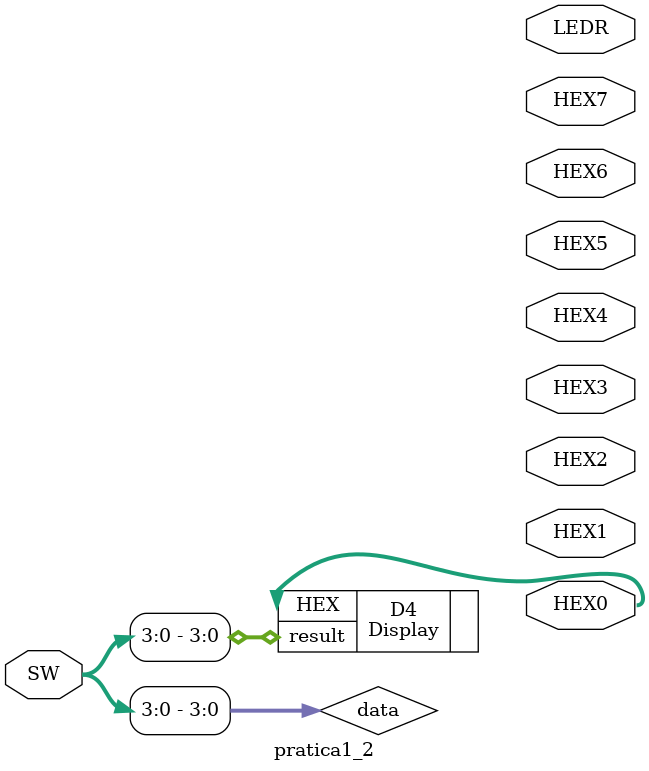
<source format=v>
module pratica1_2(
    input [17:0] SW, // Chavinhas
    output [0:6] HEX0, HEX1, HEX2, HEX3, HEX4, HEX5, HEX6, HEX7, // Display 7 segmentos
    output [17:0] LEDR  // LEDs vermelhos 
);

wire [3:0] data;
assign data = SW[4:0]; // concatena com 5 zeros para fechar 16bits

// L1 : 4 blocos, 2 blocos por conjunto ()
// L2 : 8 blocos, totalmente associativa
// principal: 64 blocos (6bits de tag)
// palavra: 16bits (1bit offset)
// 


Display D4(
    .result(data[3:0]),
    .HEX(HEX0)
);

endmodule 
</source>
